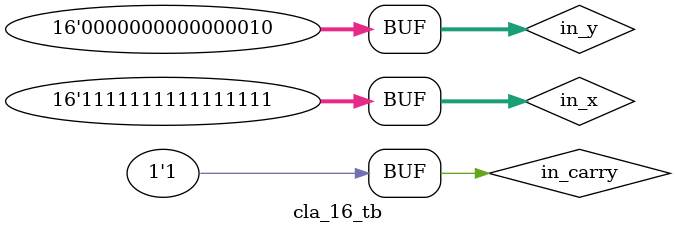
<source format=v>
module cla_16(input [15:0] in_x, input [15:0] in_y, input in_carry, output [15:0] out_sum, output out_carry, output out_generate, output out_propogate);

	wire [4:0] w_carry;
	wire [3:0] w_generate;
	wire [3:0] w_propogate;
	
	assign w_carry[0] = in_carry;
	assign out_carry = w_carry[4];
	
	genvar i;
	
	generate
		for(i = 0; i < 16; i = i + 4) begin: gen_cla_4
			cla_4 cla(.in_x (in_x[i+3:i]),
				.in_y (in_y[i+3:i]),
				.in_carry (w_carry[i/4]),
				.out_sum (out_sum[i+3:i]),
				.out_generate (w_generate[i/4]),
				.out_propogate (w_propogate[i/4]));
		end
	endgenerate
	
	cla_logic cla(.in_carry (w_carry[0]),
		.in_generate (w_generate),
		.in_propogate (w_propogate),
		.out_carry (w_carry[4:1]),
		.out_generate (out_generate),
		.out_propogate (out_propogate));

endmodule

//--------------------------

module cla_16_tb;

	reg [15:0] in_x, in_y;
	reg in_carry;
	
	wire [15:0] out_sum;
	wire out_generate, out_propogate, out_carry;
	
	parameter delay = 10;
	
	cla_16 DUT(.in_x (in_x),
		.in_y (in_y),
		.in_carry (in_carry),
		.out_sum (out_sum),
		.out_carry (out_carry),
		.out_generate (out_generate),
		.out_propogate (out_propogate));
		
	initial begin
		in_x = 16'h0000; in_y = 16'h0000; in_carry = 0;
		
		#(delay) in_x = 16'h0001; in_y = 16'h000F; in_carry = 0; // 1 + 15
		#(delay) in_x = 16'h0000; in_y = 16'h0000; in_carry = 0; // 0 + 0
		#(delay) in_x = 16'h0001; in_y = 16'h000F; in_carry = 1; // 1 + 15 + 1
		#(delay) in_x = 16'h0000; in_y = 16'h0000; in_carry = 0; // 0 + 0
		#(delay) in_x = 16'hFFFF; in_y = 16'h0002; in_carry = 0; // -1 + 2
		#(delay) in_x = 16'h0000; in_y = 16'h0000; in_carry = 0; // 0 + 0
		#(delay) in_x = 16'hFFFF; in_y = 16'h0002; in_carry = 1; // -1 + 2 + 1
		#100;
	end

endmodule

</source>
